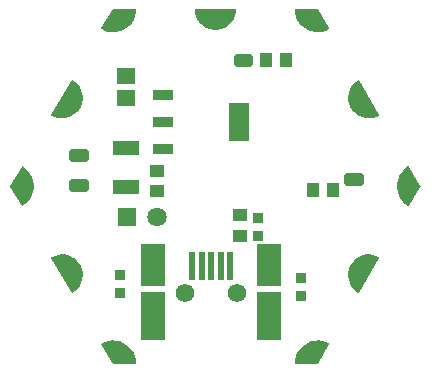
<source format=gbr>
G04 EAGLE Gerber RS-274X export*
G75*
%MOMM*%
%FSLAX34Y34*%
%LPD*%
%INSoldermask Top*%
%IPPOS*%
%AMOC8*
5,1,8,0,0,1.08239X$1,22.5*%
G01*
%ADD10R,0.901600X0.901600*%
%ADD11R,1.101600X1.201600*%
%ADD12R,1.201600X1.101600*%
%ADD13C,0.605878*%
%ADD14C,1.101600*%
%ADD15R,0.601600X2.351600*%
%ADD16C,1.559600*%
%ADD17R,2.151600X4.101600*%
%ADD18R,2.151600X3.601600*%
%ADD19R,1.601600X1.401600*%
%ADD20R,2.301600X1.201600*%
%ADD21R,1.631600X1.631600*%
%ADD22C,1.631600*%
%ADD23R,1.701800X0.939800*%
%ADD24R,1.701800X3.200400*%

G36*
X347640Y478768D02*
X347640Y478768D01*
X347688Y478768D01*
X350457Y479230D01*
X350490Y479242D01*
X350537Y479250D01*
X353193Y480162D01*
X353223Y480179D01*
X353268Y480195D01*
X355738Y481531D01*
X355764Y481553D01*
X355807Y481576D01*
X358022Y483301D01*
X358045Y483327D01*
X358083Y483357D01*
X359985Y485422D01*
X360003Y485452D01*
X360035Y485487D01*
X361571Y487838D01*
X361584Y487870D01*
X361610Y487910D01*
X362738Y490482D01*
X362745Y490515D01*
X362765Y490560D01*
X363454Y493281D01*
X363456Y493316D01*
X363468Y493363D01*
X363700Y496161D01*
X363696Y496190D01*
X363701Y496219D01*
X363685Y496288D01*
X363676Y496358D01*
X363662Y496384D01*
X363655Y496412D01*
X363613Y496469D01*
X363578Y496531D01*
X363554Y496549D01*
X363537Y496572D01*
X363476Y496608D01*
X363419Y496651D01*
X363391Y496659D01*
X363366Y496674D01*
X363268Y496690D01*
X363227Y496701D01*
X363216Y496699D01*
X363202Y496701D01*
X329202Y496701D01*
X329173Y496695D01*
X329144Y496698D01*
X329077Y496676D01*
X329007Y496662D01*
X328983Y496645D01*
X328955Y496636D01*
X328902Y496589D01*
X328843Y496549D01*
X328828Y496525D01*
X328806Y496505D01*
X328774Y496441D01*
X328736Y496382D01*
X328731Y496353D01*
X328719Y496327D01*
X328710Y496227D01*
X328703Y496185D01*
X328706Y496175D01*
X328704Y496161D01*
X328936Y493363D01*
X328946Y493329D01*
X328950Y493281D01*
X329639Y490560D01*
X329654Y490528D01*
X329666Y490482D01*
X330794Y487910D01*
X330814Y487882D01*
X330833Y487838D01*
X332369Y485487D01*
X332393Y485463D01*
X332419Y485422D01*
X334321Y483357D01*
X334349Y483336D01*
X334382Y483301D01*
X336597Y481576D01*
X336628Y481561D01*
X336666Y481531D01*
X339136Y480195D01*
X339169Y480185D01*
X339211Y480162D01*
X341867Y479250D01*
X341901Y479246D01*
X341947Y479230D01*
X344716Y478768D01*
X344751Y478769D01*
X344798Y478761D01*
X347606Y478761D01*
X347640Y478768D01*
G37*
G36*
X224809Y256012D02*
X224809Y256012D01*
X224880Y256009D01*
X224907Y256019D01*
X224936Y256021D01*
X225026Y256063D01*
X225066Y256078D01*
X225074Y256086D01*
X225087Y256092D01*
X227390Y257691D01*
X227414Y257717D01*
X227454Y257744D01*
X229463Y259701D01*
X229482Y259730D01*
X229517Y259763D01*
X231176Y262024D01*
X231191Y262055D01*
X231220Y262094D01*
X232484Y264597D01*
X232493Y264631D01*
X232515Y264674D01*
X233351Y267351D01*
X233354Y267385D01*
X233369Y267431D01*
X233752Y270210D01*
X233750Y270244D01*
X233756Y270292D01*
X233677Y273095D01*
X233669Y273129D01*
X233668Y273177D01*
X233129Y275929D01*
X233115Y275961D01*
X233106Y276009D01*
X232121Y278634D01*
X232106Y278659D01*
X232101Y278679D01*
X232093Y278690D01*
X232086Y278709D01*
X230682Y281137D01*
X230659Y281163D01*
X230635Y281205D01*
X228851Y283368D01*
X228824Y283390D01*
X228793Y283427D01*
X226677Y285268D01*
X226647Y285285D01*
X226611Y285317D01*
X224220Y286784D01*
X224188Y286795D01*
X224147Y286821D01*
X221548Y287874D01*
X221514Y287881D01*
X221469Y287899D01*
X218732Y288510D01*
X218697Y288511D01*
X218650Y288522D01*
X215850Y288674D01*
X215816Y288669D01*
X215768Y288672D01*
X212980Y288362D01*
X212947Y288351D01*
X212899Y288346D01*
X210201Y287581D01*
X210171Y287565D01*
X210124Y287552D01*
X207589Y286353D01*
X207565Y286336D01*
X207538Y286326D01*
X207486Y286277D01*
X207429Y286234D01*
X207415Y286209D01*
X207394Y286189D01*
X207365Y286124D01*
X207329Y286063D01*
X207326Y286034D01*
X207314Y286007D01*
X207313Y285936D01*
X207304Y285865D01*
X207312Y285837D01*
X207312Y285808D01*
X207346Y285715D01*
X207358Y285674D01*
X207365Y285665D01*
X207370Y285652D01*
X224370Y256252D01*
X224389Y256230D01*
X224402Y256204D01*
X224455Y256156D01*
X224502Y256103D01*
X224528Y256091D01*
X224550Y256071D01*
X224617Y256048D01*
X224681Y256018D01*
X224710Y256016D01*
X224738Y256007D01*
X224809Y256012D01*
G37*
G36*
X476588Y403735D02*
X476588Y403735D01*
X476636Y403732D01*
X479424Y404042D01*
X479457Y404053D01*
X479505Y404058D01*
X482203Y404823D01*
X482233Y404839D01*
X482280Y404852D01*
X484815Y406051D01*
X484839Y406068D01*
X484866Y406078D01*
X484918Y406127D01*
X484975Y406170D01*
X484989Y406195D01*
X485011Y406215D01*
X485039Y406280D01*
X485075Y406342D01*
X485078Y406370D01*
X485090Y406397D01*
X485091Y406468D01*
X485100Y406539D01*
X485092Y406567D01*
X485092Y406596D01*
X485058Y406689D01*
X485046Y406730D01*
X485039Y406739D01*
X485034Y406752D01*
X468034Y436152D01*
X468015Y436174D01*
X468002Y436200D01*
X467949Y436248D01*
X467902Y436301D01*
X467876Y436313D01*
X467854Y436333D01*
X467787Y436356D01*
X467723Y436386D01*
X467694Y436388D01*
X467666Y436397D01*
X467595Y436392D01*
X467524Y436395D01*
X467497Y436385D01*
X467468Y436383D01*
X467378Y436341D01*
X467338Y436326D01*
X467330Y436318D01*
X467317Y436312D01*
X465014Y434713D01*
X464990Y434688D01*
X464950Y434660D01*
X462941Y432703D01*
X462922Y432674D01*
X462887Y432641D01*
X461228Y430380D01*
X461213Y430349D01*
X461184Y430310D01*
X459920Y427807D01*
X459911Y427773D01*
X459889Y427730D01*
X459053Y425053D01*
X459050Y425019D01*
X459035Y424973D01*
X458652Y422194D01*
X458654Y422160D01*
X458648Y422112D01*
X458727Y419309D01*
X458735Y419275D01*
X458736Y419227D01*
X459275Y416475D01*
X459289Y416443D01*
X459298Y416395D01*
X460283Y413770D01*
X460301Y413740D01*
X460318Y413695D01*
X461722Y411267D01*
X461745Y411241D01*
X461769Y411200D01*
X463553Y409036D01*
X463580Y409014D01*
X463611Y408977D01*
X465727Y407136D01*
X465757Y407119D01*
X465793Y407088D01*
X468184Y405620D01*
X468216Y405609D01*
X468257Y405583D01*
X470856Y404530D01*
X470890Y404523D01*
X470935Y404505D01*
X473672Y403894D01*
X473707Y403893D01*
X473754Y403882D01*
X476554Y403730D01*
X476588Y403735D01*
G37*
G36*
X467628Y256013D02*
X467628Y256013D01*
X467699Y256012D01*
X467726Y256023D01*
X467755Y256027D01*
X467817Y256061D01*
X467882Y256089D01*
X467903Y256110D01*
X467928Y256124D01*
X467991Y256200D01*
X468021Y256231D01*
X468025Y256241D01*
X468034Y256252D01*
X485034Y285652D01*
X485043Y285680D01*
X485060Y285704D01*
X485075Y285773D01*
X485097Y285841D01*
X485095Y285870D01*
X485101Y285898D01*
X485088Y285968D01*
X485082Y286039D01*
X485069Y286065D01*
X485063Y286093D01*
X485023Y286152D01*
X484991Y286215D01*
X484968Y286234D01*
X484952Y286258D01*
X484870Y286315D01*
X484837Y286342D01*
X484827Y286345D01*
X484815Y286353D01*
X482280Y287552D01*
X482246Y287560D01*
X482203Y287581D01*
X479505Y288346D01*
X479470Y288348D01*
X479424Y288362D01*
X476636Y288672D01*
X476602Y288669D01*
X476554Y288674D01*
X473754Y288522D01*
X473720Y288513D01*
X473672Y288510D01*
X470935Y287899D01*
X470903Y287885D01*
X470856Y287874D01*
X468257Y286821D01*
X468228Y286802D01*
X468184Y286784D01*
X465793Y285317D01*
X465768Y285293D01*
X465727Y285268D01*
X463611Y283427D01*
X463590Y283400D01*
X463553Y283368D01*
X461769Y281205D01*
X461753Y281174D01*
X461722Y281137D01*
X460318Y278709D01*
X460307Y278676D01*
X460300Y278663D01*
X460290Y278649D01*
X460290Y278646D01*
X460283Y278634D01*
X459298Y276009D01*
X459292Y275974D01*
X459275Y275929D01*
X458736Y273177D01*
X458736Y273143D01*
X458727Y273095D01*
X458648Y270292D01*
X458654Y270258D01*
X458652Y270210D01*
X459035Y267431D01*
X459047Y267399D01*
X459053Y267351D01*
X459889Y264674D01*
X459906Y264643D01*
X459920Y264597D01*
X461184Y262094D01*
X461206Y262067D01*
X461228Y262024D01*
X462887Y259763D01*
X462913Y259740D01*
X462941Y259701D01*
X464950Y257744D01*
X464979Y257725D01*
X465014Y257691D01*
X467317Y256092D01*
X467344Y256080D01*
X467367Y256062D01*
X467435Y256041D01*
X467500Y256013D01*
X467529Y256013D01*
X467557Y256005D01*
X467628Y256013D01*
G37*
G36*
X218650Y403882D02*
X218650Y403882D01*
X218684Y403891D01*
X218732Y403894D01*
X221469Y404505D01*
X221501Y404519D01*
X221548Y404530D01*
X224147Y405583D01*
X224176Y405602D01*
X224220Y405620D01*
X226611Y407088D01*
X226636Y407111D01*
X226677Y407136D01*
X228793Y408977D01*
X228814Y409004D01*
X228851Y409036D01*
X230635Y411200D01*
X230651Y411230D01*
X230682Y411267D01*
X232086Y413695D01*
X232097Y413728D01*
X232121Y413770D01*
X233106Y416395D01*
X233112Y416430D01*
X233129Y416475D01*
X233668Y419227D01*
X233668Y419262D01*
X233677Y419309D01*
X233756Y422112D01*
X233751Y422146D01*
X233752Y422194D01*
X233369Y424973D01*
X233357Y425005D01*
X233351Y425053D01*
X232515Y427730D01*
X232498Y427761D01*
X232484Y427807D01*
X231220Y430310D01*
X231198Y430337D01*
X231176Y430380D01*
X229517Y432641D01*
X229491Y432664D01*
X229463Y432703D01*
X227454Y434660D01*
X227425Y434679D01*
X227390Y434713D01*
X225087Y436312D01*
X225060Y436324D01*
X225037Y436342D01*
X224969Y436363D01*
X224904Y436391D01*
X224875Y436391D01*
X224847Y436399D01*
X224776Y436391D01*
X224705Y436392D01*
X224678Y436381D01*
X224649Y436377D01*
X224587Y436343D01*
X224522Y436315D01*
X224501Y436294D01*
X224476Y436280D01*
X224413Y436204D01*
X224383Y436173D01*
X224379Y436163D01*
X224370Y436152D01*
X207370Y406752D01*
X207361Y406724D01*
X207344Y406700D01*
X207329Y406631D01*
X207307Y406563D01*
X207309Y406534D01*
X207303Y406506D01*
X207316Y406436D01*
X207322Y406365D01*
X207335Y406339D01*
X207341Y406311D01*
X207381Y406252D01*
X207413Y406189D01*
X207436Y406170D01*
X207452Y406146D01*
X207534Y406089D01*
X207567Y406062D01*
X207577Y406059D01*
X207589Y406051D01*
X210124Y404852D01*
X210158Y404844D01*
X210201Y404823D01*
X212899Y404058D01*
X212934Y404056D01*
X212980Y404042D01*
X215768Y403732D01*
X215802Y403735D01*
X215850Y403730D01*
X218650Y403882D01*
G37*
G36*
X509929Y329213D02*
X509929Y329213D01*
X510000Y329213D01*
X510027Y329224D01*
X510056Y329227D01*
X510118Y329262D01*
X510183Y329290D01*
X510204Y329310D01*
X510229Y329325D01*
X510292Y329402D01*
X510322Y329432D01*
X510326Y329442D01*
X510335Y329453D01*
X519835Y345953D01*
X519845Y345985D01*
X519854Y345998D01*
X519858Y346022D01*
X519859Y346026D01*
X519890Y346096D01*
X519890Y346120D01*
X519898Y346142D01*
X519892Y346218D01*
X519893Y346295D01*
X519883Y346319D01*
X519882Y346340D01*
X519861Y346379D01*
X519835Y346451D01*
X510335Y362951D01*
X510316Y362973D01*
X510303Y362999D01*
X510250Y363047D01*
X510203Y363100D01*
X510177Y363113D01*
X510156Y363132D01*
X510088Y363155D01*
X510024Y363186D01*
X509995Y363188D01*
X509968Y363197D01*
X509896Y363192D01*
X509825Y363195D01*
X509798Y363185D01*
X509769Y363183D01*
X509679Y363141D01*
X509639Y363126D01*
X509631Y363119D01*
X509618Y363113D01*
X507095Y361371D01*
X507071Y361347D01*
X507033Y361320D01*
X504821Y359196D01*
X504802Y359168D01*
X504768Y359136D01*
X502926Y356685D01*
X502912Y356654D01*
X502883Y356617D01*
X501458Y353902D01*
X501449Y353871D01*
X501433Y353846D01*
X501432Y353838D01*
X501427Y353828D01*
X500456Y350920D01*
X500452Y350886D01*
X500437Y350842D01*
X499945Y347815D01*
X499946Y347781D01*
X499938Y347735D01*
X499938Y344669D01*
X499939Y344665D01*
X499939Y344663D01*
X499945Y344636D01*
X499945Y344589D01*
X500437Y341562D01*
X500449Y341531D01*
X500456Y341484D01*
X501427Y338576D01*
X501444Y338547D01*
X501458Y338502D01*
X502883Y335787D01*
X502905Y335761D01*
X502926Y335719D01*
X504768Y333268D01*
X504793Y333245D01*
X504821Y333208D01*
X507033Y331084D01*
X507061Y331066D01*
X507095Y331033D01*
X509618Y329291D01*
X509645Y329280D01*
X509667Y329261D01*
X509736Y329241D01*
X509801Y329213D01*
X509830Y329213D01*
X509858Y329205D01*
X509929Y329213D01*
G37*
G36*
X182508Y329212D02*
X182508Y329212D01*
X182579Y329209D01*
X182606Y329219D01*
X182635Y329221D01*
X182725Y329263D01*
X182765Y329278D01*
X182773Y329285D01*
X182786Y329291D01*
X185309Y331033D01*
X185333Y331057D01*
X185371Y331084D01*
X187583Y333208D01*
X187602Y333236D01*
X187636Y333268D01*
X189478Y335719D01*
X189492Y335750D01*
X189521Y335787D01*
X190946Y338502D01*
X190955Y338535D01*
X190977Y338576D01*
X191948Y341484D01*
X191952Y341518D01*
X191967Y341562D01*
X192459Y344589D01*
X192458Y344623D01*
X192466Y344669D01*
X192466Y347735D01*
X192459Y347768D01*
X192459Y347815D01*
X191967Y350842D01*
X191955Y350873D01*
X191948Y350920D01*
X190977Y353828D01*
X190964Y353851D01*
X190958Y353876D01*
X190951Y353885D01*
X190946Y353902D01*
X189521Y356617D01*
X189499Y356643D01*
X189478Y356685D01*
X187636Y359136D01*
X187611Y359159D01*
X187583Y359196D01*
X185371Y361320D01*
X185343Y361338D01*
X185309Y361371D01*
X182786Y363113D01*
X182759Y363124D01*
X182737Y363143D01*
X182668Y363163D01*
X182603Y363191D01*
X182574Y363191D01*
X182546Y363199D01*
X182475Y363191D01*
X182404Y363192D01*
X182377Y363180D01*
X182348Y363177D01*
X182286Y363142D01*
X182221Y363114D01*
X182200Y363094D01*
X182175Y363079D01*
X182112Y363002D01*
X182082Y362972D01*
X182078Y362962D01*
X182069Y362951D01*
X172569Y346451D01*
X172545Y346378D01*
X172514Y346308D01*
X172514Y346284D01*
X172506Y346262D01*
X172513Y346186D01*
X172512Y346109D01*
X172521Y346085D01*
X172522Y346064D01*
X172543Y346025D01*
X172562Y345973D01*
X172563Y345967D01*
X172565Y345965D01*
X172569Y345953D01*
X182069Y329453D01*
X182088Y329431D01*
X182101Y329405D01*
X182154Y329357D01*
X182201Y329304D01*
X182227Y329291D01*
X182249Y329272D01*
X182316Y329249D01*
X182380Y329218D01*
X182409Y329217D01*
X182436Y329207D01*
X182508Y329212D01*
G37*
G36*
X432878Y195718D02*
X432878Y195718D01*
X432956Y195727D01*
X432975Y195738D01*
X432997Y195742D01*
X433061Y195786D01*
X433129Y195825D01*
X433145Y195844D01*
X433161Y195855D01*
X433185Y195893D01*
X433235Y195953D01*
X442735Y212453D01*
X442744Y212480D01*
X442760Y212504D01*
X442775Y212574D01*
X442798Y212642D01*
X442795Y212670D01*
X442801Y212698D01*
X442788Y212769D01*
X442782Y212840D01*
X442769Y212865D01*
X442763Y212893D01*
X442723Y212953D01*
X442690Y213016D01*
X442668Y213034D01*
X442652Y213058D01*
X442569Y213116D01*
X442537Y213143D01*
X442526Y213146D01*
X442516Y213153D01*
X439750Y214462D01*
X439717Y214470D01*
X439674Y214490D01*
X436734Y215338D01*
X436700Y215341D01*
X436656Y215354D01*
X433618Y215719D01*
X433584Y215716D01*
X433537Y215722D01*
X430480Y215595D01*
X430447Y215587D01*
X430400Y215586D01*
X427403Y214970D01*
X427372Y214957D01*
X427326Y214948D01*
X424466Y213859D01*
X424438Y213841D01*
X424394Y213825D01*
X421746Y212291D01*
X421720Y212269D01*
X421680Y212246D01*
X419312Y210308D01*
X419290Y210281D01*
X419254Y210252D01*
X417227Y207959D01*
X417211Y207930D01*
X417179Y207895D01*
X415547Y205307D01*
X415535Y205275D01*
X415510Y205236D01*
X414314Y202419D01*
X414307Y202386D01*
X414304Y202379D01*
X414300Y202373D01*
X414299Y202367D01*
X414288Y202343D01*
X413560Y199371D01*
X413558Y199337D01*
X413547Y199292D01*
X413304Y196242D01*
X413308Y196213D01*
X413303Y196185D01*
X413320Y196116D01*
X413328Y196044D01*
X413343Y196020D01*
X413349Y195992D01*
X413392Y195934D01*
X413428Y195872D01*
X413450Y195855D01*
X413467Y195832D01*
X413529Y195795D01*
X413586Y195752D01*
X413614Y195745D01*
X413638Y195730D01*
X413738Y195714D01*
X413779Y195703D01*
X413789Y195705D01*
X413802Y195703D01*
X432802Y195703D01*
X432878Y195718D01*
G37*
G36*
X433571Y476687D02*
X433571Y476687D01*
X433618Y476685D01*
X436656Y477050D01*
X436688Y477061D01*
X436734Y477066D01*
X439674Y477914D01*
X439704Y477930D01*
X439750Y477942D01*
X442516Y479251D01*
X442538Y479268D01*
X442565Y479278D01*
X442617Y479327D01*
X442675Y479370D01*
X442689Y479395D01*
X442710Y479414D01*
X442739Y479480D01*
X442775Y479542D01*
X442778Y479570D01*
X442790Y479596D01*
X442791Y479668D01*
X442800Y479739D01*
X442792Y479766D01*
X442793Y479795D01*
X442757Y479890D01*
X442746Y479930D01*
X442739Y479939D01*
X442735Y479951D01*
X433235Y496451D01*
X433183Y496510D01*
X433137Y496572D01*
X433118Y496583D01*
X433103Y496600D01*
X433033Y496634D01*
X432966Y496674D01*
X432942Y496678D01*
X432924Y496686D01*
X432879Y496688D01*
X432802Y496701D01*
X413802Y496701D01*
X413774Y496696D01*
X413746Y496698D01*
X413678Y496676D01*
X413607Y496662D01*
X413584Y496646D01*
X413557Y496637D01*
X413502Y496590D01*
X413443Y496549D01*
X413428Y496525D01*
X413407Y496507D01*
X413375Y496442D01*
X413336Y496382D01*
X413331Y496354D01*
X413319Y496328D01*
X413310Y496227D01*
X413303Y496185D01*
X413305Y496175D01*
X413304Y496162D01*
X413547Y493112D01*
X413556Y493080D01*
X413560Y493033D01*
X414288Y490061D01*
X414303Y490030D01*
X414314Y489985D01*
X415510Y487168D01*
X415529Y487140D01*
X415547Y487097D01*
X417179Y484509D01*
X417203Y484485D01*
X417227Y484445D01*
X419254Y482152D01*
X419281Y482132D01*
X419312Y482096D01*
X421680Y480158D01*
X421710Y480142D01*
X421746Y480113D01*
X424394Y478580D01*
X424426Y478569D01*
X424466Y478545D01*
X427326Y477457D01*
X427359Y477451D01*
X427403Y477434D01*
X430400Y476818D01*
X430434Y476818D01*
X430480Y476809D01*
X433537Y476682D01*
X433571Y476687D01*
G37*
G36*
X278630Y195708D02*
X278630Y195708D01*
X278658Y195706D01*
X278726Y195728D01*
X278797Y195742D01*
X278820Y195758D01*
X278847Y195767D01*
X278902Y195814D01*
X278961Y195855D01*
X278976Y195879D01*
X278998Y195897D01*
X279029Y195962D01*
X279068Y196022D01*
X279073Y196050D01*
X279085Y196076D01*
X279094Y196177D01*
X279101Y196219D01*
X279099Y196229D01*
X279100Y196242D01*
X278857Y199292D01*
X278848Y199324D01*
X278844Y199371D01*
X278116Y202343D01*
X278101Y202374D01*
X278090Y202419D01*
X276894Y205236D01*
X276875Y205264D01*
X276857Y205307D01*
X275225Y207895D01*
X275201Y207919D01*
X275177Y207959D01*
X273150Y210252D01*
X273123Y210272D01*
X273092Y210308D01*
X270725Y212246D01*
X270694Y212262D01*
X270658Y212291D01*
X268010Y213825D01*
X267978Y213835D01*
X267938Y213859D01*
X265078Y214948D01*
X265045Y214953D01*
X265001Y214970D01*
X262004Y215586D01*
X261970Y215586D01*
X261924Y215595D01*
X258867Y215722D01*
X258833Y215717D01*
X258786Y215719D01*
X255748Y215354D01*
X255716Y215343D01*
X255670Y215338D01*
X252730Y214490D01*
X252700Y214474D01*
X252655Y214462D01*
X249889Y213153D01*
X249866Y213136D01*
X249839Y213126D01*
X249787Y213077D01*
X249729Y213034D01*
X249715Y213009D01*
X249694Y212990D01*
X249665Y212924D01*
X249629Y212862D01*
X249626Y212834D01*
X249614Y212808D01*
X249613Y212736D01*
X249604Y212665D01*
X249612Y212638D01*
X249612Y212609D01*
X249647Y212514D01*
X249658Y212474D01*
X249665Y212465D01*
X249669Y212453D01*
X259169Y195953D01*
X259221Y195895D01*
X259267Y195832D01*
X259286Y195821D01*
X259301Y195804D01*
X259371Y195770D01*
X259438Y195730D01*
X259463Y195726D01*
X259480Y195718D01*
X259525Y195716D01*
X259602Y195703D01*
X278602Y195703D01*
X278630Y195708D01*
G37*
G36*
X261924Y476809D02*
X261924Y476809D01*
X261957Y476817D01*
X262004Y476818D01*
X265001Y477434D01*
X265032Y477447D01*
X265078Y477457D01*
X267938Y478545D01*
X267967Y478563D01*
X268010Y478580D01*
X270658Y480113D01*
X270684Y480135D01*
X270725Y480158D01*
X273092Y482096D01*
X273114Y482123D01*
X273150Y482152D01*
X275177Y484445D01*
X275194Y484474D01*
X275225Y484509D01*
X276857Y487097D01*
X276869Y487129D01*
X276894Y487168D01*
X278090Y489985D01*
X278097Y490018D01*
X278116Y490061D01*
X278844Y493033D01*
X278846Y493067D01*
X278857Y493112D01*
X279100Y496162D01*
X279096Y496191D01*
X279101Y496219D01*
X279084Y496288D01*
X279076Y496360D01*
X279062Y496384D01*
X279055Y496412D01*
X279012Y496470D01*
X278977Y496532D01*
X278954Y496549D01*
X278937Y496572D01*
X278875Y496609D01*
X278818Y496652D01*
X278790Y496659D01*
X278766Y496674D01*
X278666Y496690D01*
X278625Y496701D01*
X278615Y496699D01*
X278602Y496701D01*
X259602Y496701D01*
X259526Y496686D01*
X259448Y496677D01*
X259429Y496666D01*
X259407Y496662D01*
X259343Y496618D01*
X259275Y496579D01*
X259259Y496560D01*
X259243Y496549D01*
X259219Y496511D01*
X259169Y496451D01*
X249669Y479951D01*
X249660Y479924D01*
X249644Y479900D01*
X249629Y479830D01*
X249606Y479762D01*
X249609Y479734D01*
X249603Y479706D01*
X249617Y479636D01*
X249622Y479564D01*
X249635Y479539D01*
X249641Y479511D01*
X249681Y479451D01*
X249714Y479388D01*
X249736Y479370D01*
X249752Y479346D01*
X249835Y479288D01*
X249867Y479261D01*
X249878Y479258D01*
X249889Y479251D01*
X252655Y477942D01*
X252688Y477934D01*
X252730Y477914D01*
X255670Y477066D01*
X255704Y477063D01*
X255748Y477050D01*
X258786Y476685D01*
X258820Y476688D01*
X258867Y476682D01*
X261924Y476809D01*
G37*
D10*
X382080Y304557D03*
X382080Y319557D03*
D11*
X428630Y342788D03*
X445630Y342788D03*
D12*
X367082Y304540D03*
X367082Y321540D03*
D11*
X406335Y453510D03*
X389335Y453510D03*
D13*
X235857Y349938D02*
X224899Y349938D01*
X235857Y349938D02*
X235857Y344980D01*
X224899Y344980D01*
X224899Y349938D01*
X224899Y370418D02*
X235857Y370418D01*
X224899Y370418D02*
X224899Y375376D01*
X235857Y375376D01*
X235857Y370418D01*
X364091Y451038D02*
X375049Y451038D01*
X364091Y451038D02*
X364091Y455996D01*
X375049Y455996D01*
X375049Y451038D01*
X457848Y350276D02*
X468806Y350276D01*
X457848Y350276D02*
X457848Y355234D01*
X468806Y355234D01*
X468806Y350276D01*
D14*
X428802Y489302D03*
X511402Y346202D03*
X428802Y203102D03*
X263602Y203102D03*
X181002Y346202D03*
X263602Y489302D03*
X470102Y417702D03*
X470102Y274702D03*
X222302Y274702D03*
X222302Y417702D03*
X346202Y489302D03*
D15*
X326646Y279100D03*
X334646Y279100D03*
X342646Y279100D03*
X350646Y279100D03*
X358646Y279100D03*
D16*
X320646Y255850D03*
X364646Y255850D03*
D17*
X391896Y236850D03*
D18*
X391896Y279350D03*
X293396Y279350D03*
D17*
X293396Y236850D03*
D12*
X297053Y359528D03*
X297053Y342528D03*
D19*
X270764Y420903D03*
X270764Y439903D03*
D20*
X270510Y345831D03*
X270510Y378831D03*
D10*
X418973Y253739D03*
X418973Y268739D03*
X265811Y255898D03*
X265811Y270898D03*
D21*
X271272Y320675D03*
D22*
X296672Y320675D03*
D23*
X302133Y423799D03*
X302133Y400685D03*
X302133Y377571D03*
D24*
X366141Y400685D03*
M02*

</source>
